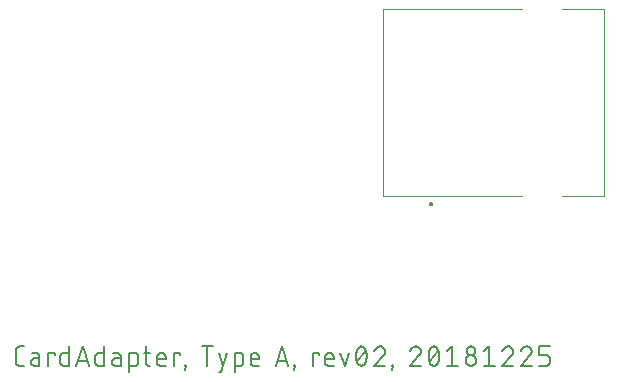
<source format=gbr>
G04 EAGLE Gerber RS-274X export*
G75*
%MOMM*%
%FSLAX34Y34*%
%LPD*%
%INSilkscreen Top*%
%IPPOS*%
%AMOC8*
5,1,8,0,0,1.08239X$1,22.5*%
G01*
%ADD10C,0.152400*%
%ADD11C,0.100000*%
%ADD12C,0.200000*%
%ADD13C,0.200000*%


D10*
X537987Y50762D02*
X534374Y50762D01*
X534256Y50764D01*
X534138Y50770D01*
X534020Y50779D01*
X533903Y50793D01*
X533786Y50810D01*
X533669Y50831D01*
X533554Y50856D01*
X533439Y50885D01*
X533325Y50918D01*
X533213Y50954D01*
X533102Y50994D01*
X532992Y51037D01*
X532883Y51084D01*
X532776Y51134D01*
X532671Y51189D01*
X532568Y51246D01*
X532467Y51307D01*
X532367Y51371D01*
X532270Y51438D01*
X532175Y51508D01*
X532083Y51582D01*
X531992Y51658D01*
X531905Y51738D01*
X531820Y51820D01*
X531738Y51905D01*
X531658Y51992D01*
X531582Y52083D01*
X531508Y52175D01*
X531438Y52270D01*
X531371Y52367D01*
X531307Y52467D01*
X531246Y52568D01*
X531189Y52671D01*
X531134Y52776D01*
X531084Y52883D01*
X531037Y52992D01*
X530994Y53102D01*
X530954Y53213D01*
X530918Y53325D01*
X530885Y53439D01*
X530856Y53554D01*
X530831Y53669D01*
X530810Y53786D01*
X530793Y53903D01*
X530779Y54020D01*
X530770Y54138D01*
X530764Y54256D01*
X530762Y54374D01*
X530762Y63406D01*
X530764Y63524D01*
X530770Y63642D01*
X530779Y63760D01*
X530793Y63877D01*
X530810Y63994D01*
X530831Y64111D01*
X530856Y64226D01*
X530885Y64341D01*
X530918Y64455D01*
X530954Y64567D01*
X530994Y64678D01*
X531037Y64788D01*
X531084Y64897D01*
X531134Y65004D01*
X531188Y65109D01*
X531246Y65212D01*
X531307Y65313D01*
X531371Y65413D01*
X531438Y65510D01*
X531508Y65605D01*
X531582Y65697D01*
X531658Y65788D01*
X531738Y65875D01*
X531820Y65960D01*
X531905Y66042D01*
X531992Y66122D01*
X532083Y66198D01*
X532175Y66272D01*
X532270Y66342D01*
X532367Y66409D01*
X532467Y66473D01*
X532568Y66534D01*
X532671Y66591D01*
X532776Y66645D01*
X532883Y66696D01*
X532992Y66743D01*
X533102Y66786D01*
X533213Y66826D01*
X533325Y66862D01*
X533439Y66895D01*
X533554Y66924D01*
X533669Y66949D01*
X533786Y66970D01*
X533903Y66987D01*
X534020Y67001D01*
X534138Y67010D01*
X534256Y67016D01*
X534374Y67018D01*
X537987Y67018D01*
X546776Y57084D02*
X550840Y57084D01*
X546776Y57084D02*
X546664Y57082D01*
X546553Y57076D01*
X546442Y57066D01*
X546331Y57053D01*
X546221Y57035D01*
X546112Y57013D01*
X546003Y56988D01*
X545895Y56959D01*
X545789Y56926D01*
X545683Y56889D01*
X545579Y56849D01*
X545477Y56805D01*
X545376Y56757D01*
X545277Y56706D01*
X545179Y56651D01*
X545084Y56593D01*
X544991Y56532D01*
X544900Y56467D01*
X544811Y56399D01*
X544725Y56328D01*
X544642Y56255D01*
X544561Y56178D01*
X544482Y56098D01*
X544407Y56016D01*
X544335Y55931D01*
X544265Y55844D01*
X544199Y55754D01*
X544136Y55662D01*
X544076Y55567D01*
X544020Y55471D01*
X543967Y55373D01*
X543918Y55273D01*
X543872Y55171D01*
X543830Y55068D01*
X543791Y54963D01*
X543756Y54857D01*
X543725Y54750D01*
X543698Y54642D01*
X543674Y54533D01*
X543655Y54423D01*
X543639Y54313D01*
X543627Y54202D01*
X543619Y54090D01*
X543615Y53979D01*
X543615Y53867D01*
X543619Y53756D01*
X543627Y53644D01*
X543639Y53533D01*
X543655Y53423D01*
X543674Y53313D01*
X543698Y53204D01*
X543725Y53096D01*
X543756Y52989D01*
X543791Y52883D01*
X543830Y52778D01*
X543872Y52675D01*
X543918Y52573D01*
X543967Y52473D01*
X544020Y52375D01*
X544076Y52279D01*
X544136Y52184D01*
X544199Y52092D01*
X544265Y52002D01*
X544335Y51915D01*
X544407Y51830D01*
X544482Y51748D01*
X544561Y51668D01*
X544642Y51591D01*
X544725Y51518D01*
X544811Y51447D01*
X544900Y51379D01*
X544991Y51314D01*
X545084Y51253D01*
X545179Y51195D01*
X545277Y51140D01*
X545376Y51089D01*
X545477Y51041D01*
X545579Y50997D01*
X545683Y50957D01*
X545789Y50920D01*
X545895Y50887D01*
X546003Y50858D01*
X546112Y50833D01*
X546221Y50811D01*
X546331Y50793D01*
X546442Y50780D01*
X546553Y50770D01*
X546664Y50764D01*
X546776Y50762D01*
X550840Y50762D01*
X550840Y58890D01*
X550838Y58991D01*
X550832Y59092D01*
X550823Y59193D01*
X550810Y59294D01*
X550793Y59394D01*
X550772Y59493D01*
X550748Y59591D01*
X550720Y59688D01*
X550688Y59785D01*
X550653Y59880D01*
X550614Y59973D01*
X550572Y60065D01*
X550526Y60156D01*
X550477Y60245D01*
X550425Y60331D01*
X550369Y60416D01*
X550311Y60499D01*
X550249Y60579D01*
X550184Y60657D01*
X550117Y60733D01*
X550047Y60806D01*
X549974Y60876D01*
X549898Y60943D01*
X549820Y61008D01*
X549740Y61070D01*
X549657Y61128D01*
X549572Y61184D01*
X549486Y61236D01*
X549397Y61285D01*
X549306Y61331D01*
X549214Y61373D01*
X549121Y61412D01*
X549026Y61447D01*
X548929Y61479D01*
X548832Y61507D01*
X548734Y61531D01*
X548635Y61552D01*
X548535Y61569D01*
X548434Y61582D01*
X548333Y61591D01*
X548232Y61597D01*
X548131Y61599D01*
X544518Y61599D01*
X558363Y61599D02*
X558363Y50762D01*
X558363Y61599D02*
X563781Y61599D01*
X563781Y59793D01*
X575850Y67018D02*
X575850Y50762D01*
X571335Y50762D01*
X571234Y50764D01*
X571133Y50770D01*
X571032Y50779D01*
X570931Y50792D01*
X570831Y50809D01*
X570732Y50830D01*
X570634Y50854D01*
X570537Y50882D01*
X570440Y50914D01*
X570345Y50949D01*
X570252Y50988D01*
X570160Y51030D01*
X570069Y51076D01*
X569981Y51125D01*
X569894Y51177D01*
X569809Y51233D01*
X569726Y51291D01*
X569646Y51353D01*
X569568Y51418D01*
X569492Y51485D01*
X569419Y51555D01*
X569349Y51628D01*
X569282Y51704D01*
X569217Y51782D01*
X569155Y51862D01*
X569097Y51945D01*
X569041Y52030D01*
X568989Y52116D01*
X568940Y52205D01*
X568894Y52296D01*
X568852Y52388D01*
X568813Y52481D01*
X568778Y52576D01*
X568746Y52673D01*
X568718Y52770D01*
X568694Y52868D01*
X568673Y52967D01*
X568656Y53067D01*
X568643Y53168D01*
X568634Y53269D01*
X568628Y53370D01*
X568626Y53471D01*
X568625Y53471D02*
X568625Y58890D01*
X568626Y58890D02*
X568628Y58991D01*
X568634Y59092D01*
X568643Y59193D01*
X568656Y59294D01*
X568673Y59394D01*
X568694Y59493D01*
X568718Y59591D01*
X568746Y59688D01*
X568778Y59785D01*
X568813Y59880D01*
X568852Y59973D01*
X568894Y60065D01*
X568940Y60156D01*
X568989Y60245D01*
X569041Y60331D01*
X569097Y60416D01*
X569155Y60499D01*
X569217Y60579D01*
X569282Y60657D01*
X569349Y60733D01*
X569419Y60806D01*
X569492Y60876D01*
X569568Y60943D01*
X569646Y61008D01*
X569726Y61070D01*
X569809Y61128D01*
X569894Y61184D01*
X569981Y61236D01*
X570069Y61285D01*
X570160Y61331D01*
X570252Y61373D01*
X570345Y61412D01*
X570440Y61447D01*
X570537Y61479D01*
X570634Y61507D01*
X570732Y61531D01*
X570831Y61552D01*
X570931Y61569D01*
X571032Y61582D01*
X571133Y61591D01*
X571234Y61597D01*
X571335Y61599D01*
X575850Y61599D01*
X582002Y50762D02*
X587421Y67018D01*
X592840Y50762D01*
X591485Y54826D02*
X583357Y54826D01*
X605549Y50762D02*
X605549Y67018D01*
X605549Y50762D02*
X601034Y50762D01*
X600933Y50764D01*
X600832Y50770D01*
X600731Y50779D01*
X600630Y50792D01*
X600530Y50809D01*
X600431Y50830D01*
X600333Y50854D01*
X600236Y50882D01*
X600139Y50914D01*
X600044Y50949D01*
X599951Y50988D01*
X599859Y51030D01*
X599768Y51076D01*
X599680Y51125D01*
X599593Y51177D01*
X599508Y51233D01*
X599425Y51291D01*
X599345Y51353D01*
X599267Y51418D01*
X599191Y51485D01*
X599118Y51555D01*
X599048Y51628D01*
X598981Y51704D01*
X598916Y51782D01*
X598854Y51862D01*
X598796Y51945D01*
X598740Y52030D01*
X598688Y52116D01*
X598639Y52205D01*
X598593Y52296D01*
X598551Y52388D01*
X598512Y52481D01*
X598477Y52576D01*
X598445Y52673D01*
X598417Y52770D01*
X598393Y52868D01*
X598372Y52967D01*
X598355Y53067D01*
X598342Y53168D01*
X598333Y53269D01*
X598327Y53370D01*
X598325Y53471D01*
X598325Y58890D01*
X598327Y58991D01*
X598333Y59092D01*
X598342Y59193D01*
X598355Y59294D01*
X598372Y59394D01*
X598393Y59493D01*
X598417Y59591D01*
X598445Y59688D01*
X598477Y59785D01*
X598512Y59880D01*
X598551Y59973D01*
X598593Y60065D01*
X598639Y60156D01*
X598688Y60245D01*
X598740Y60331D01*
X598796Y60416D01*
X598854Y60499D01*
X598916Y60579D01*
X598981Y60657D01*
X599048Y60733D01*
X599118Y60806D01*
X599191Y60876D01*
X599267Y60943D01*
X599345Y61008D01*
X599425Y61070D01*
X599508Y61128D01*
X599593Y61184D01*
X599680Y61236D01*
X599768Y61285D01*
X599859Y61331D01*
X599951Y61373D01*
X600044Y61412D01*
X600139Y61447D01*
X600236Y61479D01*
X600333Y61507D01*
X600431Y61531D01*
X600530Y61552D01*
X600630Y61569D01*
X600731Y61582D01*
X600832Y61591D01*
X600933Y61597D01*
X601034Y61599D01*
X605549Y61599D01*
X615554Y57084D02*
X619618Y57084D01*
X615554Y57084D02*
X615442Y57082D01*
X615331Y57076D01*
X615220Y57066D01*
X615109Y57053D01*
X614999Y57035D01*
X614890Y57013D01*
X614781Y56988D01*
X614673Y56959D01*
X614567Y56926D01*
X614461Y56889D01*
X614357Y56849D01*
X614255Y56805D01*
X614154Y56757D01*
X614055Y56706D01*
X613957Y56651D01*
X613862Y56593D01*
X613769Y56532D01*
X613678Y56467D01*
X613589Y56399D01*
X613503Y56328D01*
X613420Y56255D01*
X613339Y56178D01*
X613260Y56098D01*
X613185Y56016D01*
X613113Y55931D01*
X613043Y55844D01*
X612977Y55754D01*
X612914Y55662D01*
X612854Y55567D01*
X612798Y55471D01*
X612745Y55373D01*
X612696Y55273D01*
X612650Y55171D01*
X612608Y55068D01*
X612569Y54963D01*
X612534Y54857D01*
X612503Y54750D01*
X612476Y54642D01*
X612452Y54533D01*
X612433Y54423D01*
X612417Y54313D01*
X612405Y54202D01*
X612397Y54090D01*
X612393Y53979D01*
X612393Y53867D01*
X612397Y53756D01*
X612405Y53644D01*
X612417Y53533D01*
X612433Y53423D01*
X612452Y53313D01*
X612476Y53204D01*
X612503Y53096D01*
X612534Y52989D01*
X612569Y52883D01*
X612608Y52778D01*
X612650Y52675D01*
X612696Y52573D01*
X612745Y52473D01*
X612798Y52375D01*
X612854Y52279D01*
X612914Y52184D01*
X612977Y52092D01*
X613043Y52002D01*
X613113Y51915D01*
X613185Y51830D01*
X613260Y51748D01*
X613339Y51668D01*
X613420Y51591D01*
X613503Y51518D01*
X613589Y51447D01*
X613678Y51379D01*
X613769Y51314D01*
X613862Y51253D01*
X613957Y51195D01*
X614055Y51140D01*
X614154Y51089D01*
X614255Y51041D01*
X614357Y50997D01*
X614461Y50957D01*
X614567Y50920D01*
X614673Y50887D01*
X614781Y50858D01*
X614890Y50833D01*
X614999Y50811D01*
X615109Y50793D01*
X615220Y50780D01*
X615331Y50770D01*
X615442Y50764D01*
X615554Y50762D01*
X619618Y50762D01*
X619618Y58890D01*
X619617Y58890D02*
X619615Y58991D01*
X619609Y59092D01*
X619600Y59193D01*
X619587Y59294D01*
X619570Y59394D01*
X619549Y59493D01*
X619525Y59591D01*
X619497Y59688D01*
X619465Y59785D01*
X619430Y59880D01*
X619391Y59973D01*
X619349Y60065D01*
X619303Y60156D01*
X619254Y60245D01*
X619202Y60331D01*
X619146Y60416D01*
X619088Y60499D01*
X619026Y60579D01*
X618961Y60657D01*
X618894Y60733D01*
X618824Y60806D01*
X618751Y60876D01*
X618675Y60943D01*
X618597Y61008D01*
X618517Y61070D01*
X618434Y61128D01*
X618349Y61184D01*
X618263Y61236D01*
X618174Y61285D01*
X618083Y61331D01*
X617991Y61373D01*
X617898Y61412D01*
X617803Y61447D01*
X617706Y61479D01*
X617609Y61507D01*
X617511Y61531D01*
X617412Y61552D01*
X617312Y61569D01*
X617211Y61582D01*
X617110Y61591D01*
X617009Y61597D01*
X616908Y61599D01*
X613296Y61599D01*
X627128Y61599D02*
X627128Y45343D01*
X627128Y61599D02*
X631644Y61599D01*
X631748Y61597D01*
X631851Y61591D01*
X631955Y61581D01*
X632058Y61567D01*
X632160Y61549D01*
X632261Y61528D01*
X632362Y61502D01*
X632461Y61473D01*
X632560Y61440D01*
X632657Y61403D01*
X632752Y61362D01*
X632846Y61318D01*
X632938Y61270D01*
X633028Y61219D01*
X633117Y61164D01*
X633203Y61106D01*
X633286Y61044D01*
X633368Y60980D01*
X633446Y60912D01*
X633522Y60842D01*
X633596Y60769D01*
X633666Y60692D01*
X633734Y60614D01*
X633798Y60532D01*
X633860Y60449D01*
X633918Y60363D01*
X633973Y60274D01*
X634024Y60184D01*
X634072Y60092D01*
X634116Y59998D01*
X634157Y59903D01*
X634194Y59806D01*
X634227Y59707D01*
X634256Y59608D01*
X634282Y59507D01*
X634303Y59406D01*
X634321Y59304D01*
X634335Y59201D01*
X634345Y59097D01*
X634351Y58994D01*
X634353Y58890D01*
X634353Y53471D01*
X634351Y53370D01*
X634345Y53269D01*
X634336Y53168D01*
X634323Y53067D01*
X634306Y52967D01*
X634285Y52868D01*
X634261Y52770D01*
X634233Y52673D01*
X634201Y52576D01*
X634166Y52481D01*
X634127Y52388D01*
X634085Y52296D01*
X634039Y52205D01*
X633990Y52116D01*
X633938Y52030D01*
X633882Y51945D01*
X633824Y51862D01*
X633762Y51782D01*
X633697Y51704D01*
X633630Y51628D01*
X633560Y51555D01*
X633487Y51485D01*
X633411Y51418D01*
X633333Y51353D01*
X633253Y51291D01*
X633170Y51233D01*
X633085Y51177D01*
X632999Y51125D01*
X632910Y51076D01*
X632819Y51030D01*
X632727Y50988D01*
X632634Y50949D01*
X632539Y50914D01*
X632442Y50882D01*
X632345Y50854D01*
X632247Y50830D01*
X632148Y50809D01*
X632048Y50792D01*
X631947Y50779D01*
X631846Y50770D01*
X631745Y50764D01*
X631644Y50762D01*
X627128Y50762D01*
X639305Y61599D02*
X644723Y61599D01*
X641111Y67018D02*
X641111Y53471D01*
X641113Y53370D01*
X641119Y53269D01*
X641128Y53168D01*
X641141Y53067D01*
X641158Y52967D01*
X641179Y52868D01*
X641203Y52770D01*
X641231Y52673D01*
X641263Y52576D01*
X641298Y52481D01*
X641337Y52388D01*
X641379Y52296D01*
X641425Y52205D01*
X641474Y52116D01*
X641526Y52030D01*
X641582Y51945D01*
X641640Y51862D01*
X641702Y51782D01*
X641767Y51704D01*
X641834Y51628D01*
X641904Y51555D01*
X641977Y51485D01*
X642053Y51418D01*
X642131Y51353D01*
X642211Y51291D01*
X642294Y51233D01*
X642379Y51177D01*
X642466Y51125D01*
X642554Y51076D01*
X642645Y51030D01*
X642737Y50988D01*
X642830Y50949D01*
X642925Y50914D01*
X643022Y50882D01*
X643119Y50854D01*
X643217Y50830D01*
X643316Y50809D01*
X643416Y50792D01*
X643517Y50779D01*
X643618Y50770D01*
X643719Y50764D01*
X643820Y50762D01*
X644723Y50762D01*
X653211Y50762D02*
X657727Y50762D01*
X653211Y50762D02*
X653110Y50764D01*
X653009Y50770D01*
X652908Y50779D01*
X652807Y50792D01*
X652707Y50809D01*
X652608Y50830D01*
X652510Y50854D01*
X652413Y50882D01*
X652316Y50914D01*
X652221Y50949D01*
X652128Y50988D01*
X652036Y51030D01*
X651945Y51076D01*
X651857Y51125D01*
X651770Y51177D01*
X651685Y51233D01*
X651602Y51291D01*
X651522Y51353D01*
X651444Y51418D01*
X651368Y51485D01*
X651295Y51555D01*
X651225Y51628D01*
X651158Y51704D01*
X651093Y51782D01*
X651031Y51862D01*
X650973Y51945D01*
X650917Y52030D01*
X650865Y52116D01*
X650816Y52205D01*
X650770Y52296D01*
X650728Y52388D01*
X650689Y52481D01*
X650654Y52576D01*
X650622Y52673D01*
X650594Y52770D01*
X650570Y52868D01*
X650549Y52967D01*
X650532Y53067D01*
X650519Y53168D01*
X650510Y53269D01*
X650504Y53370D01*
X650502Y53471D01*
X650502Y57987D01*
X650504Y58106D01*
X650510Y58226D01*
X650520Y58345D01*
X650534Y58463D01*
X650551Y58582D01*
X650573Y58699D01*
X650598Y58816D01*
X650628Y58931D01*
X650661Y59046D01*
X650698Y59160D01*
X650738Y59272D01*
X650783Y59383D01*
X650831Y59492D01*
X650882Y59600D01*
X650937Y59706D01*
X650996Y59810D01*
X651058Y59912D01*
X651123Y60012D01*
X651192Y60110D01*
X651264Y60206D01*
X651339Y60299D01*
X651416Y60389D01*
X651497Y60477D01*
X651581Y60562D01*
X651668Y60644D01*
X651757Y60724D01*
X651849Y60800D01*
X651943Y60874D01*
X652040Y60944D01*
X652138Y61011D01*
X652239Y61075D01*
X652343Y61135D01*
X652448Y61192D01*
X652555Y61245D01*
X652663Y61295D01*
X652773Y61341D01*
X652885Y61383D01*
X652998Y61422D01*
X653112Y61457D01*
X653227Y61488D01*
X653344Y61516D01*
X653461Y61539D01*
X653578Y61559D01*
X653697Y61575D01*
X653816Y61587D01*
X653935Y61595D01*
X654054Y61599D01*
X654174Y61599D01*
X654293Y61595D01*
X654412Y61587D01*
X654531Y61575D01*
X654650Y61559D01*
X654767Y61539D01*
X654884Y61516D01*
X655001Y61488D01*
X655116Y61457D01*
X655230Y61422D01*
X655343Y61383D01*
X655455Y61341D01*
X655565Y61295D01*
X655673Y61245D01*
X655780Y61192D01*
X655885Y61135D01*
X655989Y61075D01*
X656090Y61011D01*
X656188Y60944D01*
X656285Y60874D01*
X656379Y60800D01*
X656471Y60724D01*
X656560Y60644D01*
X656647Y60562D01*
X656731Y60477D01*
X656812Y60389D01*
X656889Y60299D01*
X656964Y60206D01*
X657036Y60110D01*
X657105Y60012D01*
X657170Y59912D01*
X657232Y59810D01*
X657291Y59706D01*
X657346Y59600D01*
X657397Y59492D01*
X657445Y59383D01*
X657490Y59272D01*
X657530Y59160D01*
X657567Y59046D01*
X657600Y58931D01*
X657630Y58816D01*
X657655Y58699D01*
X657677Y58582D01*
X657694Y58463D01*
X657708Y58345D01*
X657718Y58226D01*
X657724Y58106D01*
X657726Y57987D01*
X657727Y57987D02*
X657727Y56181D01*
X650502Y56181D01*
X664655Y50762D02*
X664655Y61599D01*
X670073Y61599D01*
X670073Y59793D01*
X674451Y50762D02*
X675354Y50762D01*
X674451Y50762D02*
X674451Y51665D01*
X675354Y51665D01*
X675354Y50762D01*
X673999Y47150D01*
X693192Y50762D02*
X693192Y67018D01*
X688677Y67018D02*
X697708Y67018D01*
X702606Y45343D02*
X704412Y45343D01*
X709831Y61599D01*
X702606Y61599D02*
X706218Y50762D01*
X716226Y45343D02*
X716226Y61599D01*
X720742Y61599D01*
X720846Y61597D01*
X720949Y61591D01*
X721053Y61581D01*
X721156Y61567D01*
X721258Y61549D01*
X721359Y61528D01*
X721460Y61502D01*
X721559Y61473D01*
X721658Y61440D01*
X721755Y61403D01*
X721850Y61362D01*
X721944Y61318D01*
X722036Y61270D01*
X722126Y61219D01*
X722215Y61164D01*
X722301Y61106D01*
X722384Y61044D01*
X722466Y60980D01*
X722544Y60912D01*
X722620Y60842D01*
X722694Y60769D01*
X722764Y60692D01*
X722832Y60614D01*
X722896Y60532D01*
X722958Y60449D01*
X723016Y60363D01*
X723071Y60274D01*
X723122Y60184D01*
X723170Y60092D01*
X723214Y59998D01*
X723255Y59903D01*
X723292Y59806D01*
X723325Y59707D01*
X723354Y59608D01*
X723380Y59507D01*
X723401Y59406D01*
X723419Y59304D01*
X723433Y59201D01*
X723443Y59097D01*
X723449Y58994D01*
X723451Y58890D01*
X723451Y53471D01*
X723449Y53370D01*
X723443Y53269D01*
X723434Y53168D01*
X723421Y53067D01*
X723404Y52967D01*
X723383Y52868D01*
X723359Y52770D01*
X723331Y52673D01*
X723299Y52576D01*
X723264Y52481D01*
X723225Y52388D01*
X723183Y52296D01*
X723137Y52205D01*
X723088Y52116D01*
X723036Y52030D01*
X722980Y51945D01*
X722922Y51862D01*
X722860Y51782D01*
X722795Y51704D01*
X722728Y51628D01*
X722658Y51555D01*
X722585Y51485D01*
X722509Y51418D01*
X722431Y51353D01*
X722351Y51291D01*
X722268Y51233D01*
X722183Y51177D01*
X722097Y51125D01*
X722008Y51076D01*
X721917Y51030D01*
X721825Y50988D01*
X721732Y50949D01*
X721637Y50914D01*
X721540Y50882D01*
X721443Y50854D01*
X721345Y50830D01*
X721246Y50809D01*
X721146Y50792D01*
X721045Y50779D01*
X720944Y50770D01*
X720843Y50764D01*
X720742Y50762D01*
X716226Y50762D01*
X732409Y50762D02*
X736925Y50762D01*
X732409Y50762D02*
X732308Y50764D01*
X732207Y50770D01*
X732106Y50779D01*
X732005Y50792D01*
X731905Y50809D01*
X731806Y50830D01*
X731708Y50854D01*
X731611Y50882D01*
X731514Y50914D01*
X731419Y50949D01*
X731326Y50988D01*
X731234Y51030D01*
X731143Y51076D01*
X731055Y51125D01*
X730968Y51177D01*
X730883Y51233D01*
X730800Y51291D01*
X730720Y51353D01*
X730642Y51418D01*
X730566Y51485D01*
X730493Y51555D01*
X730423Y51628D01*
X730356Y51704D01*
X730291Y51782D01*
X730229Y51862D01*
X730171Y51945D01*
X730115Y52030D01*
X730063Y52116D01*
X730014Y52205D01*
X729968Y52296D01*
X729926Y52388D01*
X729887Y52481D01*
X729852Y52576D01*
X729820Y52673D01*
X729792Y52770D01*
X729768Y52868D01*
X729747Y52967D01*
X729730Y53067D01*
X729717Y53168D01*
X729708Y53269D01*
X729702Y53370D01*
X729700Y53471D01*
X729700Y57987D01*
X729702Y58106D01*
X729708Y58226D01*
X729718Y58345D01*
X729732Y58463D01*
X729749Y58582D01*
X729771Y58699D01*
X729796Y58816D01*
X729826Y58931D01*
X729859Y59046D01*
X729896Y59160D01*
X729936Y59272D01*
X729981Y59383D01*
X730029Y59492D01*
X730080Y59600D01*
X730135Y59706D01*
X730194Y59810D01*
X730256Y59912D01*
X730321Y60012D01*
X730390Y60110D01*
X730462Y60206D01*
X730537Y60299D01*
X730614Y60389D01*
X730695Y60477D01*
X730779Y60562D01*
X730866Y60644D01*
X730955Y60724D01*
X731047Y60800D01*
X731141Y60874D01*
X731238Y60944D01*
X731336Y61011D01*
X731437Y61075D01*
X731541Y61135D01*
X731646Y61192D01*
X731753Y61245D01*
X731861Y61295D01*
X731971Y61341D01*
X732083Y61383D01*
X732196Y61422D01*
X732310Y61457D01*
X732425Y61488D01*
X732542Y61516D01*
X732659Y61539D01*
X732776Y61559D01*
X732895Y61575D01*
X733014Y61587D01*
X733133Y61595D01*
X733252Y61599D01*
X733372Y61599D01*
X733491Y61595D01*
X733610Y61587D01*
X733729Y61575D01*
X733848Y61559D01*
X733965Y61539D01*
X734082Y61516D01*
X734199Y61488D01*
X734314Y61457D01*
X734428Y61422D01*
X734541Y61383D01*
X734653Y61341D01*
X734763Y61295D01*
X734871Y61245D01*
X734978Y61192D01*
X735083Y61135D01*
X735187Y61075D01*
X735288Y61011D01*
X735386Y60944D01*
X735483Y60874D01*
X735577Y60800D01*
X735669Y60724D01*
X735758Y60644D01*
X735845Y60562D01*
X735929Y60477D01*
X736010Y60389D01*
X736087Y60299D01*
X736162Y60206D01*
X736234Y60110D01*
X736303Y60012D01*
X736368Y59912D01*
X736430Y59810D01*
X736489Y59706D01*
X736544Y59600D01*
X736595Y59492D01*
X736643Y59383D01*
X736688Y59272D01*
X736728Y59160D01*
X736765Y59046D01*
X736798Y58931D01*
X736828Y58816D01*
X736853Y58699D01*
X736875Y58582D01*
X736892Y58463D01*
X736906Y58345D01*
X736916Y58226D01*
X736922Y58106D01*
X736924Y57987D01*
X736925Y57987D02*
X736925Y56181D01*
X729700Y56181D01*
X750820Y50762D02*
X756238Y67018D01*
X761657Y50762D01*
X760302Y54826D02*
X752174Y54826D01*
X766675Y50762D02*
X767578Y50762D01*
X766675Y50762D02*
X766675Y51665D01*
X767578Y51665D01*
X767578Y50762D01*
X766224Y47150D01*
X782410Y50762D02*
X782410Y61599D01*
X787829Y61599D01*
X787829Y59793D01*
X795455Y50762D02*
X799971Y50762D01*
X795455Y50762D02*
X795354Y50764D01*
X795253Y50770D01*
X795152Y50779D01*
X795051Y50792D01*
X794951Y50809D01*
X794852Y50830D01*
X794754Y50854D01*
X794657Y50882D01*
X794560Y50914D01*
X794465Y50949D01*
X794372Y50988D01*
X794280Y51030D01*
X794189Y51076D01*
X794101Y51125D01*
X794014Y51177D01*
X793929Y51233D01*
X793846Y51291D01*
X793766Y51353D01*
X793688Y51418D01*
X793612Y51485D01*
X793539Y51555D01*
X793469Y51628D01*
X793402Y51704D01*
X793337Y51782D01*
X793275Y51862D01*
X793217Y51945D01*
X793161Y52030D01*
X793109Y52116D01*
X793060Y52205D01*
X793014Y52296D01*
X792972Y52388D01*
X792933Y52481D01*
X792898Y52576D01*
X792866Y52673D01*
X792838Y52770D01*
X792814Y52868D01*
X792793Y52967D01*
X792776Y53067D01*
X792763Y53168D01*
X792754Y53269D01*
X792748Y53370D01*
X792746Y53471D01*
X792746Y57987D01*
X792748Y58106D01*
X792754Y58226D01*
X792764Y58345D01*
X792778Y58463D01*
X792795Y58582D01*
X792817Y58699D01*
X792842Y58816D01*
X792872Y58931D01*
X792905Y59046D01*
X792942Y59160D01*
X792982Y59272D01*
X793027Y59383D01*
X793075Y59492D01*
X793126Y59600D01*
X793181Y59706D01*
X793240Y59810D01*
X793302Y59912D01*
X793367Y60012D01*
X793436Y60110D01*
X793508Y60206D01*
X793583Y60299D01*
X793660Y60389D01*
X793741Y60477D01*
X793825Y60562D01*
X793912Y60644D01*
X794001Y60724D01*
X794093Y60800D01*
X794187Y60874D01*
X794284Y60944D01*
X794382Y61011D01*
X794483Y61075D01*
X794587Y61135D01*
X794692Y61192D01*
X794799Y61245D01*
X794907Y61295D01*
X795017Y61341D01*
X795129Y61383D01*
X795242Y61422D01*
X795356Y61457D01*
X795471Y61488D01*
X795588Y61516D01*
X795705Y61539D01*
X795822Y61559D01*
X795941Y61575D01*
X796060Y61587D01*
X796179Y61595D01*
X796298Y61599D01*
X796418Y61599D01*
X796537Y61595D01*
X796656Y61587D01*
X796775Y61575D01*
X796894Y61559D01*
X797011Y61539D01*
X797128Y61516D01*
X797245Y61488D01*
X797360Y61457D01*
X797474Y61422D01*
X797587Y61383D01*
X797699Y61341D01*
X797809Y61295D01*
X797917Y61245D01*
X798024Y61192D01*
X798129Y61135D01*
X798233Y61075D01*
X798334Y61011D01*
X798432Y60944D01*
X798529Y60874D01*
X798623Y60800D01*
X798715Y60724D01*
X798804Y60644D01*
X798891Y60562D01*
X798975Y60477D01*
X799056Y60389D01*
X799133Y60299D01*
X799208Y60206D01*
X799280Y60110D01*
X799349Y60012D01*
X799414Y59912D01*
X799476Y59810D01*
X799535Y59706D01*
X799590Y59600D01*
X799641Y59492D01*
X799689Y59383D01*
X799734Y59272D01*
X799774Y59160D01*
X799811Y59046D01*
X799844Y58931D01*
X799874Y58816D01*
X799899Y58699D01*
X799921Y58582D01*
X799938Y58463D01*
X799952Y58345D01*
X799962Y58226D01*
X799968Y58106D01*
X799970Y57987D01*
X799971Y57987D02*
X799971Y56181D01*
X792746Y56181D01*
X805772Y61599D02*
X809384Y50762D01*
X812997Y61599D01*
X818937Y58890D02*
X818941Y59210D01*
X818952Y59529D01*
X818971Y59849D01*
X818998Y60167D01*
X819032Y60485D01*
X819074Y60802D01*
X819124Y61118D01*
X819181Y61433D01*
X819245Y61746D01*
X819317Y62058D01*
X819396Y62368D01*
X819483Y62675D01*
X819577Y62981D01*
X819678Y63284D01*
X819787Y63585D01*
X819902Y63883D01*
X820025Y64179D01*
X820155Y64471D01*
X820292Y64760D01*
X820291Y64761D02*
X820330Y64869D01*
X820373Y64976D01*
X820419Y65081D01*
X820470Y65185D01*
X820523Y65287D01*
X820580Y65387D01*
X820641Y65485D01*
X820705Y65580D01*
X820772Y65674D01*
X820843Y65765D01*
X820916Y65854D01*
X820993Y65940D01*
X821072Y66023D01*
X821154Y66104D01*
X821239Y66182D01*
X821327Y66256D01*
X821417Y66328D01*
X821509Y66396D01*
X821604Y66462D01*
X821701Y66524D01*
X821800Y66582D01*
X821902Y66638D01*
X822004Y66689D01*
X822109Y66737D01*
X822215Y66782D01*
X822323Y66823D01*
X822432Y66860D01*
X822542Y66893D01*
X822654Y66922D01*
X822766Y66948D01*
X822879Y66970D01*
X822993Y66987D01*
X823107Y67001D01*
X823222Y67011D01*
X823337Y67017D01*
X823452Y67019D01*
X823452Y67018D02*
X823567Y67016D01*
X823682Y67010D01*
X823797Y67000D01*
X823911Y66986D01*
X824025Y66969D01*
X824138Y66947D01*
X824250Y66921D01*
X824362Y66892D01*
X824472Y66859D01*
X824581Y66822D01*
X824689Y66781D01*
X824795Y66736D01*
X824900Y66688D01*
X825002Y66637D01*
X825103Y66581D01*
X825203Y66523D01*
X825300Y66461D01*
X825394Y66396D01*
X825487Y66327D01*
X825577Y66255D01*
X825665Y66181D01*
X825750Y66103D01*
X825832Y66022D01*
X825911Y65939D01*
X825988Y65853D01*
X826061Y65764D01*
X826132Y65673D01*
X826199Y65579D01*
X826263Y65484D01*
X826324Y65386D01*
X826381Y65286D01*
X826434Y65184D01*
X826485Y65080D01*
X826531Y64975D01*
X826574Y64868D01*
X826613Y64760D01*
X826750Y64471D01*
X826880Y64179D01*
X827003Y63883D01*
X827118Y63585D01*
X827227Y63284D01*
X827328Y62981D01*
X827422Y62675D01*
X827509Y62368D01*
X827588Y62058D01*
X827660Y61746D01*
X827724Y61433D01*
X827781Y61118D01*
X827831Y60802D01*
X827873Y60485D01*
X827907Y60167D01*
X827934Y59849D01*
X827953Y59529D01*
X827964Y59210D01*
X827968Y58890D01*
X818937Y58890D02*
X818941Y58570D01*
X818952Y58251D01*
X818971Y57931D01*
X818998Y57613D01*
X819032Y57295D01*
X819074Y56978D01*
X819124Y56662D01*
X819181Y56347D01*
X819245Y56034D01*
X819317Y55722D01*
X819396Y55412D01*
X819483Y55105D01*
X819577Y54799D01*
X819678Y54496D01*
X819787Y54195D01*
X819902Y53897D01*
X820025Y53601D01*
X820155Y53309D01*
X820292Y53020D01*
X820291Y53020D02*
X820330Y52912D01*
X820373Y52805D01*
X820419Y52700D01*
X820470Y52596D01*
X820523Y52494D01*
X820580Y52394D01*
X820641Y52296D01*
X820705Y52201D01*
X820772Y52107D01*
X820843Y52016D01*
X820916Y51927D01*
X820993Y51841D01*
X821072Y51758D01*
X821154Y51677D01*
X821239Y51599D01*
X821327Y51525D01*
X821417Y51453D01*
X821510Y51384D01*
X821604Y51319D01*
X821701Y51257D01*
X821801Y51199D01*
X821902Y51143D01*
X822004Y51092D01*
X822109Y51044D01*
X822215Y50999D01*
X822323Y50958D01*
X822432Y50921D01*
X822542Y50888D01*
X822654Y50859D01*
X822766Y50833D01*
X822879Y50811D01*
X822993Y50794D01*
X823107Y50780D01*
X823222Y50770D01*
X823337Y50764D01*
X823452Y50762D01*
X826613Y53020D02*
X826750Y53309D01*
X826880Y53601D01*
X827003Y53897D01*
X827118Y54195D01*
X827227Y54496D01*
X827328Y54799D01*
X827422Y55105D01*
X827509Y55412D01*
X827588Y55722D01*
X827660Y56034D01*
X827724Y56347D01*
X827781Y56662D01*
X827831Y56978D01*
X827873Y57295D01*
X827907Y57613D01*
X827934Y57931D01*
X827953Y58251D01*
X827964Y58570D01*
X827968Y58890D01*
X826613Y53020D02*
X826574Y52912D01*
X826531Y52805D01*
X826485Y52700D01*
X826434Y52596D01*
X826381Y52494D01*
X826324Y52394D01*
X826263Y52296D01*
X826199Y52201D01*
X826132Y52107D01*
X826061Y52016D01*
X825988Y51927D01*
X825911Y51841D01*
X825832Y51758D01*
X825750Y51677D01*
X825665Y51599D01*
X825577Y51525D01*
X825487Y51453D01*
X825394Y51384D01*
X825300Y51319D01*
X825203Y51257D01*
X825103Y51199D01*
X825002Y51143D01*
X824899Y51092D01*
X824795Y51044D01*
X824689Y50999D01*
X824581Y50958D01*
X824472Y50921D01*
X824362Y50888D01*
X824250Y50859D01*
X824138Y50833D01*
X824025Y50811D01*
X823911Y50794D01*
X823797Y50780D01*
X823682Y50770D01*
X823567Y50764D01*
X823452Y50762D01*
X819840Y54374D02*
X827065Y63406D01*
X839535Y67018D02*
X839660Y67016D01*
X839785Y67010D01*
X839910Y67001D01*
X840034Y66987D01*
X840158Y66970D01*
X840282Y66949D01*
X840404Y66924D01*
X840526Y66895D01*
X840647Y66863D01*
X840767Y66827D01*
X840886Y66787D01*
X841003Y66744D01*
X841119Y66697D01*
X841234Y66646D01*
X841346Y66592D01*
X841458Y66534D01*
X841567Y66474D01*
X841674Y66409D01*
X841780Y66342D01*
X841883Y66271D01*
X841984Y66197D01*
X842083Y66120D01*
X842179Y66040D01*
X842273Y65957D01*
X842364Y65872D01*
X842453Y65783D01*
X842538Y65692D01*
X842621Y65598D01*
X842701Y65502D01*
X842778Y65403D01*
X842852Y65302D01*
X842923Y65199D01*
X842990Y65093D01*
X843055Y64986D01*
X843115Y64877D01*
X843173Y64765D01*
X843227Y64653D01*
X843278Y64538D01*
X843325Y64422D01*
X843368Y64305D01*
X843408Y64186D01*
X843444Y64066D01*
X843476Y63945D01*
X843505Y63823D01*
X843530Y63701D01*
X843551Y63577D01*
X843568Y63453D01*
X843582Y63329D01*
X843591Y63204D01*
X843597Y63079D01*
X843599Y62954D01*
X839535Y67018D02*
X839392Y67016D01*
X839250Y67010D01*
X839107Y67000D01*
X838965Y66987D01*
X838824Y66969D01*
X838682Y66948D01*
X838542Y66923D01*
X838402Y66894D01*
X838263Y66861D01*
X838125Y66824D01*
X837988Y66784D01*
X837853Y66740D01*
X837718Y66692D01*
X837585Y66640D01*
X837453Y66585D01*
X837323Y66526D01*
X837195Y66464D01*
X837068Y66398D01*
X836943Y66329D01*
X836820Y66257D01*
X836700Y66181D01*
X836581Y66102D01*
X836464Y66019D01*
X836350Y65934D01*
X836238Y65845D01*
X836129Y65754D01*
X836022Y65659D01*
X835917Y65562D01*
X835816Y65461D01*
X835717Y65358D01*
X835621Y65253D01*
X835528Y65144D01*
X835438Y65033D01*
X835351Y64920D01*
X835267Y64805D01*
X835187Y64687D01*
X835109Y64567D01*
X835035Y64445D01*
X834965Y64321D01*
X834897Y64195D01*
X834834Y64067D01*
X834773Y63938D01*
X834716Y63807D01*
X834663Y63675D01*
X834614Y63541D01*
X834568Y63406D01*
X842244Y59793D02*
X842338Y59885D01*
X842428Y59979D01*
X842516Y60076D01*
X842601Y60176D01*
X842683Y60278D01*
X842762Y60383D01*
X842837Y60490D01*
X842909Y60599D01*
X842978Y60710D01*
X843044Y60824D01*
X843106Y60939D01*
X843165Y61056D01*
X843220Y61175D01*
X843271Y61295D01*
X843319Y61417D01*
X843364Y61540D01*
X843404Y61664D01*
X843441Y61790D01*
X843474Y61917D01*
X843503Y62044D01*
X843529Y62173D01*
X843550Y62302D01*
X843568Y62432D01*
X843581Y62562D01*
X843591Y62692D01*
X843597Y62823D01*
X843599Y62954D01*
X842245Y59793D02*
X834568Y50762D01*
X843599Y50762D01*
X849521Y50762D02*
X850424Y50762D01*
X849521Y50762D02*
X849521Y51665D01*
X850424Y51665D01*
X850424Y50762D01*
X849069Y47150D01*
X869756Y67018D02*
X869881Y67016D01*
X870006Y67010D01*
X870131Y67001D01*
X870255Y66987D01*
X870379Y66970D01*
X870503Y66949D01*
X870625Y66924D01*
X870747Y66895D01*
X870868Y66863D01*
X870988Y66827D01*
X871107Y66787D01*
X871224Y66744D01*
X871340Y66697D01*
X871455Y66646D01*
X871567Y66592D01*
X871679Y66534D01*
X871788Y66474D01*
X871895Y66409D01*
X872001Y66342D01*
X872104Y66271D01*
X872205Y66197D01*
X872304Y66120D01*
X872400Y66040D01*
X872494Y65957D01*
X872585Y65872D01*
X872674Y65783D01*
X872759Y65692D01*
X872842Y65598D01*
X872922Y65502D01*
X872999Y65403D01*
X873073Y65302D01*
X873144Y65199D01*
X873211Y65093D01*
X873276Y64986D01*
X873336Y64877D01*
X873394Y64765D01*
X873448Y64653D01*
X873499Y64538D01*
X873546Y64422D01*
X873589Y64305D01*
X873629Y64186D01*
X873665Y64066D01*
X873697Y63945D01*
X873726Y63823D01*
X873751Y63701D01*
X873772Y63577D01*
X873789Y63453D01*
X873803Y63329D01*
X873812Y63204D01*
X873818Y63079D01*
X873820Y62954D01*
X869756Y67018D02*
X869613Y67016D01*
X869471Y67010D01*
X869328Y67000D01*
X869186Y66987D01*
X869045Y66969D01*
X868903Y66948D01*
X868763Y66923D01*
X868623Y66894D01*
X868484Y66861D01*
X868346Y66824D01*
X868209Y66784D01*
X868074Y66740D01*
X867939Y66692D01*
X867806Y66640D01*
X867674Y66585D01*
X867544Y66526D01*
X867416Y66464D01*
X867289Y66398D01*
X867164Y66329D01*
X867041Y66257D01*
X866921Y66181D01*
X866802Y66102D01*
X866685Y66019D01*
X866571Y65934D01*
X866459Y65845D01*
X866350Y65754D01*
X866243Y65659D01*
X866138Y65562D01*
X866037Y65461D01*
X865938Y65358D01*
X865842Y65253D01*
X865749Y65144D01*
X865659Y65033D01*
X865572Y64920D01*
X865488Y64805D01*
X865408Y64687D01*
X865330Y64567D01*
X865256Y64445D01*
X865186Y64321D01*
X865118Y64195D01*
X865055Y64067D01*
X864994Y63938D01*
X864937Y63807D01*
X864884Y63675D01*
X864835Y63541D01*
X864789Y63406D01*
X872464Y59793D02*
X872558Y59885D01*
X872648Y59979D01*
X872736Y60076D01*
X872821Y60176D01*
X872903Y60278D01*
X872982Y60383D01*
X873057Y60490D01*
X873129Y60599D01*
X873198Y60710D01*
X873264Y60824D01*
X873326Y60939D01*
X873385Y61056D01*
X873440Y61175D01*
X873491Y61295D01*
X873539Y61417D01*
X873584Y61540D01*
X873624Y61664D01*
X873661Y61790D01*
X873694Y61917D01*
X873723Y62044D01*
X873749Y62173D01*
X873770Y62302D01*
X873788Y62432D01*
X873801Y62562D01*
X873811Y62692D01*
X873817Y62823D01*
X873819Y62954D01*
X872465Y59793D02*
X864788Y50762D01*
X873820Y50762D01*
X880420Y58890D02*
X880424Y59210D01*
X880435Y59529D01*
X880454Y59849D01*
X880481Y60167D01*
X880515Y60485D01*
X880557Y60802D01*
X880607Y61118D01*
X880664Y61433D01*
X880728Y61746D01*
X880800Y62058D01*
X880879Y62368D01*
X880966Y62675D01*
X881060Y62981D01*
X881161Y63284D01*
X881270Y63585D01*
X881385Y63883D01*
X881508Y64179D01*
X881638Y64471D01*
X881775Y64760D01*
X881774Y64761D02*
X881813Y64869D01*
X881856Y64976D01*
X881902Y65081D01*
X881953Y65185D01*
X882006Y65287D01*
X882063Y65387D01*
X882124Y65485D01*
X882188Y65580D01*
X882255Y65674D01*
X882326Y65765D01*
X882399Y65854D01*
X882476Y65940D01*
X882555Y66023D01*
X882637Y66104D01*
X882722Y66182D01*
X882810Y66256D01*
X882900Y66328D01*
X882992Y66396D01*
X883087Y66462D01*
X883184Y66524D01*
X883283Y66582D01*
X883385Y66638D01*
X883487Y66689D01*
X883592Y66737D01*
X883698Y66782D01*
X883806Y66823D01*
X883915Y66860D01*
X884025Y66893D01*
X884137Y66922D01*
X884249Y66948D01*
X884362Y66970D01*
X884476Y66987D01*
X884590Y67001D01*
X884705Y67011D01*
X884820Y67017D01*
X884935Y67019D01*
X884935Y67018D02*
X885050Y67016D01*
X885165Y67010D01*
X885280Y67000D01*
X885394Y66986D01*
X885508Y66969D01*
X885621Y66947D01*
X885733Y66921D01*
X885845Y66892D01*
X885955Y66859D01*
X886064Y66822D01*
X886172Y66781D01*
X886278Y66736D01*
X886383Y66688D01*
X886485Y66637D01*
X886586Y66581D01*
X886686Y66523D01*
X886783Y66461D01*
X886877Y66396D01*
X886970Y66327D01*
X887060Y66255D01*
X887148Y66181D01*
X887233Y66103D01*
X887315Y66022D01*
X887394Y65939D01*
X887471Y65853D01*
X887544Y65764D01*
X887615Y65673D01*
X887682Y65579D01*
X887746Y65484D01*
X887807Y65386D01*
X887864Y65286D01*
X887917Y65184D01*
X887968Y65080D01*
X888014Y64975D01*
X888057Y64868D01*
X888096Y64760D01*
X888233Y64471D01*
X888363Y64179D01*
X888486Y63883D01*
X888601Y63585D01*
X888710Y63284D01*
X888811Y62981D01*
X888905Y62675D01*
X888992Y62368D01*
X889071Y62058D01*
X889143Y61746D01*
X889207Y61433D01*
X889264Y61118D01*
X889314Y60802D01*
X889356Y60485D01*
X889390Y60167D01*
X889417Y59849D01*
X889436Y59529D01*
X889447Y59210D01*
X889451Y58890D01*
X880420Y58890D02*
X880424Y58570D01*
X880435Y58251D01*
X880454Y57931D01*
X880481Y57613D01*
X880515Y57295D01*
X880557Y56978D01*
X880607Y56662D01*
X880664Y56347D01*
X880728Y56034D01*
X880800Y55722D01*
X880879Y55412D01*
X880966Y55105D01*
X881060Y54799D01*
X881161Y54496D01*
X881270Y54195D01*
X881385Y53897D01*
X881508Y53601D01*
X881638Y53309D01*
X881775Y53020D01*
X881774Y53020D02*
X881813Y52912D01*
X881856Y52805D01*
X881902Y52700D01*
X881953Y52596D01*
X882006Y52494D01*
X882063Y52394D01*
X882124Y52296D01*
X882188Y52201D01*
X882255Y52107D01*
X882326Y52016D01*
X882399Y51927D01*
X882476Y51841D01*
X882555Y51758D01*
X882637Y51677D01*
X882722Y51599D01*
X882810Y51525D01*
X882900Y51453D01*
X882993Y51384D01*
X883087Y51319D01*
X883184Y51257D01*
X883284Y51199D01*
X883385Y51143D01*
X883487Y51092D01*
X883592Y51044D01*
X883698Y50999D01*
X883806Y50958D01*
X883915Y50921D01*
X884025Y50888D01*
X884137Y50859D01*
X884249Y50833D01*
X884362Y50811D01*
X884476Y50794D01*
X884590Y50780D01*
X884705Y50770D01*
X884820Y50764D01*
X884935Y50762D01*
X888095Y53020D02*
X888232Y53309D01*
X888362Y53601D01*
X888485Y53897D01*
X888600Y54195D01*
X888709Y54496D01*
X888810Y54799D01*
X888904Y55105D01*
X888991Y55412D01*
X889070Y55722D01*
X889142Y56034D01*
X889206Y56347D01*
X889263Y56662D01*
X889313Y56978D01*
X889355Y57295D01*
X889389Y57613D01*
X889416Y57931D01*
X889435Y58251D01*
X889446Y58570D01*
X889450Y58890D01*
X888096Y53020D02*
X888057Y52912D01*
X888014Y52805D01*
X887968Y52700D01*
X887917Y52596D01*
X887864Y52494D01*
X887807Y52394D01*
X887746Y52296D01*
X887682Y52201D01*
X887615Y52107D01*
X887544Y52016D01*
X887471Y51927D01*
X887394Y51841D01*
X887315Y51758D01*
X887233Y51677D01*
X887148Y51599D01*
X887060Y51525D01*
X886970Y51453D01*
X886877Y51384D01*
X886783Y51319D01*
X886686Y51257D01*
X886586Y51199D01*
X886485Y51143D01*
X886382Y51092D01*
X886278Y51044D01*
X886172Y50999D01*
X886064Y50958D01*
X885955Y50921D01*
X885845Y50888D01*
X885733Y50859D01*
X885621Y50833D01*
X885508Y50811D01*
X885394Y50794D01*
X885280Y50780D01*
X885165Y50770D01*
X885050Y50764D01*
X884935Y50762D01*
X881323Y54374D02*
X888548Y63406D01*
X896051Y63406D02*
X900566Y67018D01*
X900566Y50762D01*
X896051Y50762D02*
X905082Y50762D01*
X911682Y55278D02*
X911684Y55411D01*
X911690Y55543D01*
X911700Y55675D01*
X911713Y55807D01*
X911731Y55939D01*
X911752Y56069D01*
X911777Y56200D01*
X911806Y56329D01*
X911839Y56457D01*
X911875Y56585D01*
X911915Y56711D01*
X911959Y56836D01*
X912007Y56960D01*
X912058Y57082D01*
X912113Y57203D01*
X912171Y57322D01*
X912233Y57440D01*
X912298Y57555D01*
X912367Y57669D01*
X912438Y57780D01*
X912514Y57889D01*
X912592Y57996D01*
X912673Y58101D01*
X912758Y58203D01*
X912845Y58303D01*
X912935Y58400D01*
X913028Y58495D01*
X913124Y58586D01*
X913222Y58675D01*
X913323Y58761D01*
X913427Y58844D01*
X913533Y58924D01*
X913641Y59000D01*
X913751Y59074D01*
X913864Y59144D01*
X913978Y59211D01*
X914095Y59274D01*
X914213Y59334D01*
X914333Y59391D01*
X914455Y59444D01*
X914578Y59493D01*
X914702Y59539D01*
X914828Y59581D01*
X914955Y59619D01*
X915083Y59654D01*
X915212Y59685D01*
X915341Y59712D01*
X915472Y59735D01*
X915603Y59755D01*
X915735Y59770D01*
X915867Y59782D01*
X915999Y59790D01*
X916132Y59794D01*
X916264Y59794D01*
X916397Y59790D01*
X916529Y59782D01*
X916661Y59770D01*
X916793Y59755D01*
X916924Y59735D01*
X917055Y59712D01*
X917184Y59685D01*
X917313Y59654D01*
X917441Y59619D01*
X917568Y59581D01*
X917694Y59539D01*
X917818Y59493D01*
X917941Y59444D01*
X918063Y59391D01*
X918183Y59334D01*
X918301Y59274D01*
X918418Y59211D01*
X918532Y59144D01*
X918645Y59074D01*
X918755Y59000D01*
X918863Y58924D01*
X918969Y58844D01*
X919073Y58761D01*
X919174Y58675D01*
X919272Y58586D01*
X919368Y58495D01*
X919461Y58400D01*
X919551Y58303D01*
X919638Y58203D01*
X919723Y58101D01*
X919804Y57996D01*
X919882Y57889D01*
X919958Y57780D01*
X920029Y57669D01*
X920098Y57555D01*
X920163Y57440D01*
X920225Y57322D01*
X920283Y57203D01*
X920338Y57082D01*
X920389Y56960D01*
X920437Y56836D01*
X920481Y56711D01*
X920521Y56585D01*
X920557Y56457D01*
X920590Y56329D01*
X920619Y56200D01*
X920644Y56069D01*
X920665Y55939D01*
X920683Y55807D01*
X920696Y55675D01*
X920706Y55543D01*
X920712Y55411D01*
X920714Y55278D01*
X920712Y55145D01*
X920706Y55013D01*
X920696Y54881D01*
X920683Y54749D01*
X920665Y54617D01*
X920644Y54487D01*
X920619Y54356D01*
X920590Y54227D01*
X920557Y54099D01*
X920521Y53971D01*
X920481Y53845D01*
X920437Y53720D01*
X920389Y53596D01*
X920338Y53474D01*
X920283Y53353D01*
X920225Y53234D01*
X920163Y53116D01*
X920098Y53001D01*
X920029Y52887D01*
X919958Y52776D01*
X919882Y52667D01*
X919804Y52560D01*
X919723Y52455D01*
X919638Y52353D01*
X919551Y52253D01*
X919461Y52156D01*
X919368Y52061D01*
X919272Y51970D01*
X919174Y51881D01*
X919073Y51795D01*
X918969Y51712D01*
X918863Y51632D01*
X918755Y51556D01*
X918645Y51482D01*
X918532Y51412D01*
X918418Y51345D01*
X918301Y51282D01*
X918183Y51222D01*
X918063Y51165D01*
X917941Y51112D01*
X917818Y51063D01*
X917694Y51017D01*
X917568Y50975D01*
X917441Y50937D01*
X917313Y50902D01*
X917184Y50871D01*
X917055Y50844D01*
X916924Y50821D01*
X916793Y50801D01*
X916661Y50786D01*
X916529Y50774D01*
X916397Y50766D01*
X916264Y50762D01*
X916132Y50762D01*
X915999Y50766D01*
X915867Y50774D01*
X915735Y50786D01*
X915603Y50801D01*
X915472Y50821D01*
X915341Y50844D01*
X915212Y50871D01*
X915083Y50902D01*
X914955Y50937D01*
X914828Y50975D01*
X914702Y51017D01*
X914578Y51063D01*
X914455Y51112D01*
X914333Y51165D01*
X914213Y51222D01*
X914095Y51282D01*
X913978Y51345D01*
X913864Y51412D01*
X913751Y51482D01*
X913641Y51556D01*
X913533Y51632D01*
X913427Y51712D01*
X913323Y51795D01*
X913222Y51881D01*
X913124Y51970D01*
X913028Y52061D01*
X912935Y52156D01*
X912845Y52253D01*
X912758Y52353D01*
X912673Y52455D01*
X912592Y52560D01*
X912514Y52667D01*
X912438Y52776D01*
X912367Y52887D01*
X912298Y53001D01*
X912233Y53116D01*
X912171Y53234D01*
X912113Y53353D01*
X912058Y53474D01*
X912007Y53596D01*
X911959Y53720D01*
X911915Y53845D01*
X911875Y53971D01*
X911839Y54099D01*
X911806Y54227D01*
X911777Y54356D01*
X911752Y54487D01*
X911731Y54617D01*
X911713Y54749D01*
X911700Y54881D01*
X911690Y55013D01*
X911684Y55145D01*
X911682Y55278D01*
X912586Y63406D02*
X912588Y63525D01*
X912594Y63645D01*
X912604Y63764D01*
X912618Y63882D01*
X912635Y64001D01*
X912657Y64118D01*
X912682Y64235D01*
X912712Y64350D01*
X912745Y64465D01*
X912782Y64579D01*
X912822Y64691D01*
X912867Y64802D01*
X912915Y64911D01*
X912966Y65019D01*
X913021Y65125D01*
X913080Y65229D01*
X913142Y65331D01*
X913207Y65431D01*
X913276Y65529D01*
X913348Y65625D01*
X913423Y65718D01*
X913500Y65808D01*
X913581Y65896D01*
X913665Y65981D01*
X913752Y66063D01*
X913841Y66143D01*
X913933Y66219D01*
X914027Y66293D01*
X914124Y66363D01*
X914222Y66430D01*
X914323Y66494D01*
X914427Y66554D01*
X914532Y66611D01*
X914639Y66664D01*
X914747Y66714D01*
X914857Y66760D01*
X914969Y66802D01*
X915082Y66841D01*
X915196Y66876D01*
X915311Y66907D01*
X915428Y66935D01*
X915545Y66958D01*
X915662Y66978D01*
X915781Y66994D01*
X915900Y67006D01*
X916019Y67014D01*
X916138Y67018D01*
X916258Y67018D01*
X916377Y67014D01*
X916496Y67006D01*
X916615Y66994D01*
X916734Y66978D01*
X916851Y66958D01*
X916968Y66935D01*
X917085Y66907D01*
X917200Y66876D01*
X917314Y66841D01*
X917427Y66802D01*
X917539Y66760D01*
X917649Y66714D01*
X917757Y66664D01*
X917864Y66611D01*
X917969Y66554D01*
X918073Y66494D01*
X918174Y66430D01*
X918272Y66363D01*
X918369Y66293D01*
X918463Y66219D01*
X918555Y66143D01*
X918644Y66063D01*
X918731Y65981D01*
X918815Y65896D01*
X918896Y65808D01*
X918973Y65718D01*
X919048Y65625D01*
X919120Y65529D01*
X919189Y65431D01*
X919254Y65331D01*
X919316Y65229D01*
X919375Y65125D01*
X919430Y65019D01*
X919481Y64911D01*
X919529Y64802D01*
X919574Y64691D01*
X919614Y64579D01*
X919651Y64465D01*
X919684Y64350D01*
X919714Y64235D01*
X919739Y64118D01*
X919761Y64001D01*
X919778Y63882D01*
X919792Y63764D01*
X919802Y63645D01*
X919808Y63525D01*
X919810Y63406D01*
X919808Y63287D01*
X919802Y63167D01*
X919792Y63048D01*
X919778Y62930D01*
X919761Y62811D01*
X919739Y62694D01*
X919714Y62577D01*
X919684Y62462D01*
X919651Y62347D01*
X919614Y62233D01*
X919574Y62121D01*
X919529Y62010D01*
X919481Y61901D01*
X919430Y61793D01*
X919375Y61687D01*
X919316Y61583D01*
X919254Y61481D01*
X919189Y61381D01*
X919120Y61283D01*
X919048Y61187D01*
X918973Y61094D01*
X918896Y61004D01*
X918815Y60916D01*
X918731Y60831D01*
X918644Y60749D01*
X918555Y60669D01*
X918463Y60593D01*
X918369Y60519D01*
X918272Y60449D01*
X918174Y60382D01*
X918073Y60318D01*
X917969Y60258D01*
X917864Y60201D01*
X917757Y60148D01*
X917649Y60098D01*
X917539Y60052D01*
X917427Y60010D01*
X917314Y59971D01*
X917200Y59936D01*
X917085Y59905D01*
X916968Y59877D01*
X916851Y59854D01*
X916734Y59834D01*
X916615Y59818D01*
X916496Y59806D01*
X916377Y59798D01*
X916258Y59794D01*
X916138Y59794D01*
X916019Y59798D01*
X915900Y59806D01*
X915781Y59818D01*
X915662Y59834D01*
X915545Y59854D01*
X915428Y59877D01*
X915311Y59905D01*
X915196Y59936D01*
X915082Y59971D01*
X914969Y60010D01*
X914857Y60052D01*
X914747Y60098D01*
X914639Y60148D01*
X914532Y60201D01*
X914427Y60258D01*
X914323Y60318D01*
X914222Y60382D01*
X914124Y60449D01*
X914027Y60519D01*
X913933Y60593D01*
X913841Y60669D01*
X913752Y60749D01*
X913665Y60831D01*
X913581Y60916D01*
X913500Y61004D01*
X913423Y61094D01*
X913348Y61187D01*
X913276Y61283D01*
X913207Y61381D01*
X913142Y61481D01*
X913080Y61583D01*
X913021Y61687D01*
X912966Y61793D01*
X912915Y61901D01*
X912867Y62010D01*
X912822Y62121D01*
X912782Y62233D01*
X912745Y62347D01*
X912712Y62462D01*
X912682Y62577D01*
X912657Y62694D01*
X912635Y62811D01*
X912618Y62930D01*
X912604Y63048D01*
X912594Y63167D01*
X912588Y63287D01*
X912586Y63406D01*
X927313Y63406D02*
X931829Y67018D01*
X931829Y50762D01*
X936344Y50762D02*
X927313Y50762D01*
X947912Y67018D02*
X948037Y67016D01*
X948162Y67010D01*
X948287Y67001D01*
X948411Y66987D01*
X948535Y66970D01*
X948659Y66949D01*
X948781Y66924D01*
X948903Y66895D01*
X949024Y66863D01*
X949144Y66827D01*
X949263Y66787D01*
X949380Y66744D01*
X949496Y66697D01*
X949611Y66646D01*
X949723Y66592D01*
X949835Y66534D01*
X949944Y66474D01*
X950051Y66409D01*
X950157Y66342D01*
X950260Y66271D01*
X950361Y66197D01*
X950460Y66120D01*
X950556Y66040D01*
X950650Y65957D01*
X950741Y65872D01*
X950830Y65783D01*
X950915Y65692D01*
X950998Y65598D01*
X951078Y65502D01*
X951155Y65403D01*
X951229Y65302D01*
X951300Y65199D01*
X951367Y65093D01*
X951432Y64986D01*
X951492Y64877D01*
X951550Y64765D01*
X951604Y64653D01*
X951655Y64538D01*
X951702Y64422D01*
X951745Y64305D01*
X951785Y64186D01*
X951821Y64066D01*
X951853Y63945D01*
X951882Y63823D01*
X951907Y63701D01*
X951928Y63577D01*
X951945Y63453D01*
X951959Y63329D01*
X951968Y63204D01*
X951974Y63079D01*
X951976Y62954D01*
X947912Y67018D02*
X947769Y67016D01*
X947627Y67010D01*
X947484Y67000D01*
X947342Y66987D01*
X947201Y66969D01*
X947059Y66948D01*
X946919Y66923D01*
X946779Y66894D01*
X946640Y66861D01*
X946502Y66824D01*
X946365Y66784D01*
X946230Y66740D01*
X946095Y66692D01*
X945962Y66640D01*
X945830Y66585D01*
X945700Y66526D01*
X945572Y66464D01*
X945445Y66398D01*
X945320Y66329D01*
X945197Y66257D01*
X945077Y66181D01*
X944958Y66102D01*
X944841Y66019D01*
X944727Y65934D01*
X944615Y65845D01*
X944506Y65754D01*
X944399Y65659D01*
X944294Y65562D01*
X944193Y65461D01*
X944094Y65358D01*
X943998Y65253D01*
X943905Y65144D01*
X943815Y65033D01*
X943728Y64920D01*
X943644Y64805D01*
X943564Y64687D01*
X943486Y64567D01*
X943412Y64445D01*
X943342Y64321D01*
X943274Y64195D01*
X943211Y64067D01*
X943150Y63938D01*
X943093Y63807D01*
X943040Y63675D01*
X942991Y63541D01*
X942945Y63406D01*
X950620Y59793D02*
X950714Y59885D01*
X950804Y59979D01*
X950892Y60076D01*
X950977Y60176D01*
X951059Y60278D01*
X951138Y60383D01*
X951213Y60490D01*
X951285Y60599D01*
X951354Y60710D01*
X951420Y60824D01*
X951482Y60939D01*
X951541Y61056D01*
X951596Y61175D01*
X951647Y61295D01*
X951695Y61417D01*
X951740Y61540D01*
X951780Y61664D01*
X951817Y61790D01*
X951850Y61917D01*
X951879Y62044D01*
X951905Y62173D01*
X951926Y62302D01*
X951944Y62432D01*
X951957Y62562D01*
X951967Y62692D01*
X951973Y62823D01*
X951975Y62954D01*
X950621Y59793D02*
X942945Y50762D01*
X951976Y50762D01*
X967607Y62954D02*
X967605Y63079D01*
X967599Y63204D01*
X967590Y63329D01*
X967576Y63453D01*
X967559Y63577D01*
X967538Y63701D01*
X967513Y63823D01*
X967484Y63945D01*
X967452Y64066D01*
X967416Y64186D01*
X967376Y64305D01*
X967333Y64422D01*
X967286Y64538D01*
X967235Y64653D01*
X967181Y64765D01*
X967123Y64877D01*
X967063Y64986D01*
X966998Y65093D01*
X966931Y65199D01*
X966860Y65302D01*
X966786Y65403D01*
X966709Y65502D01*
X966629Y65598D01*
X966546Y65692D01*
X966461Y65783D01*
X966372Y65872D01*
X966281Y65957D01*
X966187Y66040D01*
X966091Y66120D01*
X965992Y66197D01*
X965891Y66271D01*
X965788Y66342D01*
X965682Y66409D01*
X965575Y66474D01*
X965466Y66534D01*
X965354Y66592D01*
X965242Y66646D01*
X965127Y66697D01*
X965011Y66744D01*
X964894Y66787D01*
X964775Y66827D01*
X964655Y66863D01*
X964534Y66895D01*
X964412Y66924D01*
X964290Y66949D01*
X964166Y66970D01*
X964042Y66987D01*
X963918Y67001D01*
X963793Y67010D01*
X963668Y67016D01*
X963543Y67018D01*
X963400Y67016D01*
X963258Y67010D01*
X963115Y67000D01*
X962973Y66987D01*
X962832Y66969D01*
X962690Y66948D01*
X962550Y66923D01*
X962410Y66894D01*
X962271Y66861D01*
X962133Y66824D01*
X961996Y66784D01*
X961861Y66740D01*
X961726Y66692D01*
X961593Y66640D01*
X961461Y66585D01*
X961331Y66526D01*
X961203Y66464D01*
X961076Y66398D01*
X960951Y66329D01*
X960828Y66257D01*
X960708Y66181D01*
X960589Y66102D01*
X960472Y66019D01*
X960358Y65934D01*
X960246Y65845D01*
X960137Y65754D01*
X960030Y65659D01*
X959925Y65562D01*
X959824Y65461D01*
X959725Y65358D01*
X959629Y65253D01*
X959536Y65144D01*
X959446Y65033D01*
X959359Y64920D01*
X959275Y64805D01*
X959195Y64687D01*
X959117Y64567D01*
X959043Y64445D01*
X958973Y64321D01*
X958905Y64195D01*
X958842Y64067D01*
X958781Y63938D01*
X958724Y63807D01*
X958671Y63675D01*
X958622Y63541D01*
X958576Y63406D01*
X966252Y59793D02*
X966346Y59885D01*
X966436Y59979D01*
X966524Y60076D01*
X966609Y60176D01*
X966691Y60278D01*
X966770Y60383D01*
X966845Y60490D01*
X966917Y60599D01*
X966986Y60710D01*
X967052Y60824D01*
X967114Y60939D01*
X967173Y61056D01*
X967228Y61175D01*
X967279Y61295D01*
X967327Y61417D01*
X967372Y61540D01*
X967412Y61664D01*
X967449Y61790D01*
X967482Y61917D01*
X967511Y62044D01*
X967537Y62173D01*
X967558Y62302D01*
X967576Y62432D01*
X967589Y62562D01*
X967599Y62692D01*
X967605Y62823D01*
X967607Y62954D01*
X966252Y59793D02*
X958576Y50762D01*
X967607Y50762D01*
X974207Y50762D02*
X979626Y50762D01*
X979744Y50764D01*
X979862Y50770D01*
X979980Y50779D01*
X980097Y50793D01*
X980214Y50810D01*
X980331Y50831D01*
X980446Y50856D01*
X980561Y50885D01*
X980675Y50918D01*
X980787Y50954D01*
X980898Y50994D01*
X981008Y51037D01*
X981117Y51084D01*
X981224Y51134D01*
X981329Y51189D01*
X981432Y51246D01*
X981533Y51307D01*
X981633Y51371D01*
X981730Y51438D01*
X981825Y51508D01*
X981917Y51582D01*
X982008Y51658D01*
X982095Y51738D01*
X982180Y51820D01*
X982262Y51905D01*
X982342Y51992D01*
X982418Y52083D01*
X982492Y52175D01*
X982562Y52270D01*
X982629Y52367D01*
X982693Y52467D01*
X982754Y52568D01*
X982811Y52671D01*
X982866Y52776D01*
X982916Y52883D01*
X982963Y52992D01*
X983006Y53102D01*
X983046Y53213D01*
X983082Y53325D01*
X983115Y53439D01*
X983144Y53554D01*
X983169Y53669D01*
X983190Y53786D01*
X983207Y53903D01*
X983221Y54020D01*
X983230Y54138D01*
X983236Y54256D01*
X983238Y54374D01*
X983238Y56181D01*
X983236Y56299D01*
X983230Y56417D01*
X983221Y56535D01*
X983207Y56652D01*
X983190Y56769D01*
X983169Y56886D01*
X983144Y57001D01*
X983115Y57116D01*
X983082Y57230D01*
X983046Y57342D01*
X983006Y57453D01*
X982963Y57563D01*
X982916Y57672D01*
X982866Y57779D01*
X982811Y57884D01*
X982754Y57987D01*
X982693Y58088D01*
X982629Y58188D01*
X982562Y58285D01*
X982492Y58380D01*
X982418Y58472D01*
X982342Y58563D01*
X982262Y58650D01*
X982180Y58735D01*
X982095Y58817D01*
X982008Y58897D01*
X981917Y58973D01*
X981825Y59047D01*
X981730Y59117D01*
X981633Y59184D01*
X981533Y59248D01*
X981432Y59309D01*
X981329Y59366D01*
X981224Y59421D01*
X981117Y59471D01*
X981008Y59518D01*
X980898Y59561D01*
X980787Y59601D01*
X980675Y59637D01*
X980561Y59670D01*
X980446Y59699D01*
X980331Y59724D01*
X980214Y59745D01*
X980097Y59762D01*
X979980Y59776D01*
X979862Y59785D01*
X979744Y59791D01*
X979626Y59793D01*
X974207Y59793D01*
X974207Y67018D01*
X983238Y67018D01*
D11*
X959700Y194200D02*
X841500Y194200D01*
X841500Y352600D01*
X959700Y352600D01*
X993700Y194200D02*
X1028500Y194200D01*
X1028500Y352600D01*
X993700Y352600D01*
D12*
X881500Y187400D03*
D13*
X881502Y187462D01*
X881508Y187523D01*
X881517Y187584D01*
X881530Y187644D01*
X881547Y187703D01*
X881568Y187761D01*
X881592Y187818D01*
X881619Y187873D01*
X881650Y187926D01*
X881684Y187978D01*
X881721Y188027D01*
X881761Y188074D01*
X881804Y188118D01*
X881849Y188159D01*
X881897Y188198D01*
X881948Y188234D01*
X882000Y188266D01*
X882054Y188295D01*
X882110Y188321D01*
X882168Y188343D01*
X882226Y188362D01*
X882286Y188377D01*
X882347Y188388D01*
X882408Y188396D01*
X882469Y188400D01*
X882531Y188400D01*
X882592Y188396D01*
X882653Y188388D01*
X882714Y188377D01*
X882774Y188362D01*
X882832Y188343D01*
X882890Y188321D01*
X882946Y188295D01*
X883000Y188266D01*
X883052Y188234D01*
X883103Y188198D01*
X883151Y188159D01*
X883196Y188118D01*
X883239Y188074D01*
X883279Y188027D01*
X883316Y187978D01*
X883350Y187926D01*
X883381Y187873D01*
X883408Y187818D01*
X883432Y187761D01*
X883453Y187703D01*
X883470Y187644D01*
X883483Y187584D01*
X883492Y187523D01*
X883498Y187462D01*
X883500Y187400D01*
D12*
X883500Y187400D03*
D13*
X883498Y187338D01*
X883492Y187277D01*
X883483Y187216D01*
X883470Y187156D01*
X883453Y187097D01*
X883432Y187039D01*
X883408Y186982D01*
X883381Y186927D01*
X883350Y186874D01*
X883316Y186822D01*
X883279Y186773D01*
X883239Y186726D01*
X883196Y186682D01*
X883151Y186641D01*
X883103Y186602D01*
X883052Y186566D01*
X883000Y186534D01*
X882946Y186505D01*
X882890Y186479D01*
X882832Y186457D01*
X882774Y186438D01*
X882714Y186423D01*
X882653Y186412D01*
X882592Y186404D01*
X882531Y186400D01*
X882469Y186400D01*
X882408Y186404D01*
X882347Y186412D01*
X882286Y186423D01*
X882226Y186438D01*
X882168Y186457D01*
X882110Y186479D01*
X882054Y186505D01*
X882000Y186534D01*
X881948Y186566D01*
X881897Y186602D01*
X881849Y186641D01*
X881804Y186682D01*
X881761Y186726D01*
X881721Y186773D01*
X881684Y186822D01*
X881650Y186874D01*
X881619Y186927D01*
X881592Y186982D01*
X881568Y187039D01*
X881547Y187097D01*
X881530Y187156D01*
X881517Y187216D01*
X881508Y187277D01*
X881502Y187338D01*
X881500Y187400D01*
M02*

</source>
